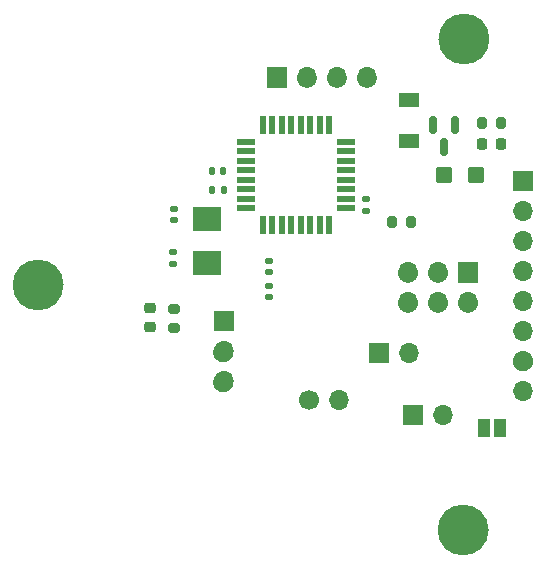
<source format=gbr>
%TF.GenerationSoftware,KiCad,Pcbnew,(6.0.7-1)-1*%
%TF.CreationDate,2023-01-06T18:56:56-05:00*%
%TF.ProjectId,atmega328,61746d65-6761-4333-9238-2e6b69636164,rev?*%
%TF.SameCoordinates,Original*%
%TF.FileFunction,Soldermask,Top*%
%TF.FilePolarity,Negative*%
%FSLAX46Y46*%
G04 Gerber Fmt 4.6, Leading zero omitted, Abs format (unit mm)*
G04 Created by KiCad (PCBNEW (6.0.7-1)-1) date 2023-01-06 18:56:56*
%MOMM*%
%LPD*%
G01*
G04 APERTURE LIST*
G04 Aperture macros list*
%AMRoundRect*
0 Rectangle with rounded corners*
0 $1 Rounding radius*
0 $2 $3 $4 $5 $6 $7 $8 $9 X,Y pos of 4 corners*
0 Add a 4 corners polygon primitive as box body*
4,1,4,$2,$3,$4,$5,$6,$7,$8,$9,$2,$3,0*
0 Add four circle primitives for the rounded corners*
1,1,$1+$1,$2,$3*
1,1,$1+$1,$4,$5*
1,1,$1+$1,$6,$7*
1,1,$1+$1,$8,$9*
0 Add four rect primitives between the rounded corners*
20,1,$1+$1,$2,$3,$4,$5,0*
20,1,$1+$1,$4,$5,$6,$7,0*
20,1,$1+$1,$6,$7,$8,$9,0*
20,1,$1+$1,$8,$9,$2,$3,0*%
G04 Aperture macros list end*
%ADD10C,2.150000*%
%ADD11C,0.000000*%
%ADD12RoundRect,0.140000X0.170000X-0.140000X0.170000X0.140000X-0.170000X0.140000X-0.170000X-0.140000X0*%
%ADD13R,2.400000X2.000000*%
%ADD14R,1.700000X1.700000*%
%ADD15O,1.700000X1.700000*%
%ADD16C,1.700000*%
%ADD17R,1.000000X1.500000*%
%ADD18RoundRect,0.218750X0.256250X-0.218750X0.256250X0.218750X-0.256250X0.218750X-0.256250X-0.218750X0*%
%ADD19RoundRect,0.200000X-0.200000X-0.275000X0.200000X-0.275000X0.200000X0.275000X-0.200000X0.275000X0*%
%ADD20R,0.550000X1.600000*%
%ADD21R,1.600000X0.550000*%
%ADD22RoundRect,0.140000X0.140000X0.170000X-0.140000X0.170000X-0.140000X-0.170000X0.140000X-0.170000X0*%
%ADD23C,4.300000*%
%ADD24RoundRect,0.140000X-0.170000X0.140000X-0.170000X-0.140000X0.170000X-0.140000X0.170000X0.140000X0*%
%ADD25RoundRect,0.225000X-0.225000X-0.250000X0.225000X-0.250000X0.225000X0.250000X-0.225000X0.250000X0*%
%ADD26RoundRect,0.250000X-0.450000X-0.425000X0.450000X-0.425000X0.450000X0.425000X-0.450000X0.425000X0*%
%ADD27RoundRect,0.200000X-0.275000X0.200000X-0.275000X-0.200000X0.275000X-0.200000X0.275000X0.200000X0*%
%ADD28RoundRect,0.150000X-0.150000X0.587500X-0.150000X-0.587500X0.150000X-0.587500X0.150000X0.587500X0*%
%ADD29R,1.700000X1.300000*%
G04 APERTURE END LIST*
D10*
X157915000Y-125320000D02*
G75*
G03*
X157915000Y-125320000I-1075000J0D01*
G01*
D11*
G36*
X157313310Y-105214090D02*
G01*
X157395830Y-105226330D01*
X157476740Y-105246600D01*
X157555280Y-105274700D01*
X157630690Y-105310370D01*
X157702230Y-105353250D01*
X157769230Y-105402940D01*
X157831040Y-105458960D01*
X157887060Y-105520770D01*
X157936750Y-105587770D01*
X157979630Y-105659310D01*
X158015300Y-105734720D01*
X158043400Y-105813260D01*
X158063670Y-105894170D01*
X158075910Y-105976690D01*
X158080000Y-106060000D01*
X158075910Y-106143310D01*
X158063670Y-106225830D01*
X158043400Y-106306740D01*
X158015300Y-106385280D01*
X157979630Y-106460690D01*
X157936750Y-106532230D01*
X157887060Y-106599230D01*
X157831040Y-106661040D01*
X157769230Y-106717060D01*
X157702230Y-106766750D01*
X157630690Y-106809630D01*
X157555280Y-106845300D01*
X157476740Y-106873400D01*
X157395830Y-106893670D01*
X157313310Y-106905910D01*
X157230000Y-106910000D01*
X157146690Y-106905910D01*
X157064170Y-106893670D01*
X156983260Y-106873400D01*
X156904720Y-106845300D01*
X156829310Y-106809630D01*
X156757770Y-106766750D01*
X156690770Y-106717060D01*
X156628960Y-106661040D01*
X156572940Y-106599230D01*
X156523250Y-106532230D01*
X156480370Y-106460690D01*
X156444700Y-106385280D01*
X156416600Y-106306740D01*
X156396330Y-106225830D01*
X156384090Y-106143310D01*
X156380000Y-106060000D01*
X156384090Y-105976690D01*
X156396330Y-105894170D01*
X156416600Y-105813260D01*
X156444700Y-105734720D01*
X156480370Y-105659310D01*
X156523250Y-105587770D01*
X156572940Y-105520770D01*
X156628960Y-105458960D01*
X156690770Y-105402940D01*
X156757770Y-105353250D01*
X156829310Y-105310370D01*
X156904720Y-105274700D01*
X156983260Y-105246600D01*
X157064170Y-105226330D01*
X157146690Y-105214090D01*
X157230000Y-105210000D01*
X157313310Y-105214090D01*
G37*
D10*
X121925000Y-104560000D02*
G75*
G03*
X121925000Y-104560000I-1075000J0D01*
G01*
D11*
G36*
X136583310Y-111934090D02*
G01*
X136665830Y-111946330D01*
X136746740Y-111966600D01*
X136825280Y-111994700D01*
X136900690Y-112030370D01*
X136972230Y-112073250D01*
X137039230Y-112122940D01*
X137101040Y-112178960D01*
X137157060Y-112240770D01*
X137206750Y-112307770D01*
X137249630Y-112379310D01*
X137285300Y-112454720D01*
X137313400Y-112533260D01*
X137333670Y-112614170D01*
X137345910Y-112696690D01*
X137350000Y-112780000D01*
X137345910Y-112863310D01*
X137333670Y-112945830D01*
X137313400Y-113026740D01*
X137285300Y-113105280D01*
X137249630Y-113180690D01*
X137206750Y-113252230D01*
X137157060Y-113319230D01*
X137101040Y-113381040D01*
X137039230Y-113437060D01*
X136972230Y-113486750D01*
X136900690Y-113529630D01*
X136825280Y-113565300D01*
X136746740Y-113593400D01*
X136665830Y-113613670D01*
X136583310Y-113625910D01*
X136500000Y-113630000D01*
X136416690Y-113625910D01*
X136334170Y-113613670D01*
X136253260Y-113593400D01*
X136174720Y-113565300D01*
X136099310Y-113529630D01*
X136027770Y-113486750D01*
X135960770Y-113437060D01*
X135898960Y-113381040D01*
X135842940Y-113319230D01*
X135793250Y-113252230D01*
X135750370Y-113180690D01*
X135714700Y-113105280D01*
X135686600Y-113026740D01*
X135666330Y-112945830D01*
X135654090Y-112863310D01*
X135650000Y-112780000D01*
X135654090Y-112696690D01*
X135666330Y-112614170D01*
X135686600Y-112533260D01*
X135714700Y-112454720D01*
X135750370Y-112379310D01*
X135793250Y-112307770D01*
X135842940Y-112240770D01*
X135898960Y-112178960D01*
X135960770Y-112122940D01*
X136027770Y-112073250D01*
X136099310Y-112030370D01*
X136174720Y-111994700D01*
X136253260Y-111966600D01*
X136334170Y-111946330D01*
X136416690Y-111934090D01*
X136500000Y-111930000D01*
X136583310Y-111934090D01*
G37*
D10*
X157925000Y-83750000D02*
G75*
G03*
X157925000Y-83750000I-1075000J0D01*
G01*
D11*
G36*
X143663310Y-86159090D02*
G01*
X143745830Y-86171330D01*
X143826740Y-86191600D01*
X143905280Y-86219700D01*
X143980690Y-86255370D01*
X144052230Y-86298250D01*
X144119230Y-86347940D01*
X144181040Y-86403960D01*
X144237060Y-86465770D01*
X144286750Y-86532770D01*
X144329630Y-86604310D01*
X144365300Y-86679720D01*
X144393400Y-86758260D01*
X144413670Y-86839170D01*
X144425910Y-86921690D01*
X144430000Y-87005000D01*
X144425910Y-87088310D01*
X144413670Y-87170830D01*
X144393400Y-87251740D01*
X144365300Y-87330280D01*
X144329630Y-87405690D01*
X144286750Y-87477230D01*
X144237060Y-87544230D01*
X144181040Y-87606040D01*
X144119230Y-87662060D01*
X144052230Y-87711750D01*
X143980690Y-87754630D01*
X143905280Y-87790300D01*
X143826740Y-87818400D01*
X143745830Y-87838670D01*
X143663310Y-87850910D01*
X143580000Y-87855000D01*
X143496690Y-87850910D01*
X143414170Y-87838670D01*
X143333260Y-87818400D01*
X143254720Y-87790300D01*
X143179310Y-87754630D01*
X143107770Y-87711750D01*
X143040770Y-87662060D01*
X142978960Y-87606040D01*
X142922940Y-87544230D01*
X142873250Y-87477230D01*
X142830370Y-87405690D01*
X142794700Y-87330280D01*
X142766600Y-87251740D01*
X142746330Y-87170830D01*
X142734090Y-87088310D01*
X142730000Y-87005000D01*
X142734090Y-86921690D01*
X142746330Y-86839170D01*
X142766600Y-86758260D01*
X142794700Y-86679720D01*
X142830370Y-86604310D01*
X142873250Y-86532770D01*
X142922940Y-86465770D01*
X142978960Y-86403960D01*
X143040770Y-86347940D01*
X143107770Y-86298250D01*
X143179310Y-86255370D01*
X143254720Y-86219700D01*
X143333260Y-86191600D01*
X143414170Y-86171330D01*
X143496690Y-86159090D01*
X143580000Y-86155000D01*
X143663310Y-86159090D01*
G37*
G36*
X162722860Y-96613570D02*
G01*
X161022860Y-96613570D01*
X161022860Y-94913570D01*
X162722860Y-94913570D01*
X162722860Y-96613570D01*
G37*
G36*
X161956170Y-110157660D02*
G01*
X162038690Y-110169900D01*
X162119600Y-110190170D01*
X162198140Y-110218270D01*
X162273550Y-110253940D01*
X162345090Y-110296820D01*
X162412090Y-110346510D01*
X162473900Y-110402530D01*
X162529920Y-110464340D01*
X162579610Y-110531340D01*
X162622490Y-110602880D01*
X162658160Y-110678290D01*
X162686260Y-110756830D01*
X162706530Y-110837740D01*
X162718770Y-110920260D01*
X162722860Y-111003570D01*
X162718770Y-111086880D01*
X162706530Y-111169400D01*
X162686260Y-111250310D01*
X162658160Y-111328850D01*
X162622490Y-111404260D01*
X162579610Y-111475800D01*
X162529920Y-111542800D01*
X162473900Y-111604610D01*
X162412090Y-111660630D01*
X162345090Y-111710320D01*
X162273550Y-111753200D01*
X162198140Y-111788870D01*
X162119600Y-111816970D01*
X162038690Y-111837240D01*
X161956170Y-111849480D01*
X161872860Y-111853570D01*
X161789550Y-111849480D01*
X161707030Y-111837240D01*
X161626120Y-111816970D01*
X161547580Y-111788870D01*
X161472170Y-111753200D01*
X161400630Y-111710320D01*
X161333630Y-111660630D01*
X161271820Y-111604610D01*
X161215800Y-111542800D01*
X161166110Y-111475800D01*
X161123230Y-111404260D01*
X161087560Y-111328850D01*
X161059460Y-111250310D01*
X161039190Y-111169400D01*
X161026950Y-111086880D01*
X161022860Y-111003570D01*
X161026950Y-110920260D01*
X161039190Y-110837740D01*
X161059460Y-110756830D01*
X161087560Y-110678290D01*
X161123230Y-110602880D01*
X161166110Y-110531340D01*
X161215800Y-110464340D01*
X161271820Y-110402530D01*
X161333630Y-110346510D01*
X161400630Y-110296820D01*
X161472170Y-110253940D01*
X161547580Y-110218270D01*
X161626120Y-110190170D01*
X161707030Y-110169900D01*
X161789550Y-110157660D01*
X161872860Y-110153570D01*
X161956170Y-110157660D01*
G37*
G36*
X148743310Y-86159090D02*
G01*
X148825830Y-86171330D01*
X148906740Y-86191600D01*
X148985280Y-86219700D01*
X149060690Y-86255370D01*
X149132230Y-86298250D01*
X149199230Y-86347940D01*
X149261040Y-86403960D01*
X149317060Y-86465770D01*
X149366750Y-86532770D01*
X149409630Y-86604310D01*
X149445300Y-86679720D01*
X149473400Y-86758260D01*
X149493670Y-86839170D01*
X149505910Y-86921690D01*
X149510000Y-87005000D01*
X149505910Y-87088310D01*
X149493670Y-87170830D01*
X149473400Y-87251740D01*
X149445300Y-87330280D01*
X149409630Y-87405690D01*
X149366750Y-87477230D01*
X149317060Y-87544230D01*
X149261040Y-87606040D01*
X149199230Y-87662060D01*
X149132230Y-87711750D01*
X149060690Y-87754630D01*
X148985280Y-87790300D01*
X148906740Y-87818400D01*
X148825830Y-87838670D01*
X148743310Y-87850910D01*
X148660000Y-87855000D01*
X148576690Y-87850910D01*
X148494170Y-87838670D01*
X148413260Y-87818400D01*
X148334720Y-87790300D01*
X148259310Y-87754630D01*
X148187770Y-87711750D01*
X148120770Y-87662060D01*
X148058960Y-87606040D01*
X148002940Y-87544230D01*
X147953250Y-87477230D01*
X147910370Y-87405690D01*
X147874700Y-87330280D01*
X147846600Y-87251740D01*
X147826330Y-87170830D01*
X147814090Y-87088310D01*
X147810000Y-87005000D01*
X147814090Y-86921690D01*
X147826330Y-86839170D01*
X147846600Y-86758260D01*
X147874700Y-86679720D01*
X147910370Y-86604310D01*
X147953250Y-86532770D01*
X148002940Y-86465770D01*
X148058960Y-86403960D01*
X148120770Y-86347940D01*
X148187770Y-86298250D01*
X148259310Y-86255370D01*
X148334720Y-86219700D01*
X148413260Y-86191600D01*
X148494170Y-86171330D01*
X148576690Y-86159090D01*
X148660000Y-86155000D01*
X148743310Y-86159090D01*
G37*
G36*
X158080000Y-104370000D02*
G01*
X156380000Y-104370000D01*
X156380000Y-102670000D01*
X158080000Y-102670000D01*
X158080000Y-104370000D01*
G37*
G36*
X141890000Y-87855000D02*
G01*
X140190000Y-87855000D01*
X140190000Y-86155000D01*
X141890000Y-86155000D01*
X141890000Y-87855000D01*
G37*
G36*
X152233310Y-102674090D02*
G01*
X152315830Y-102686330D01*
X152396740Y-102706600D01*
X152475280Y-102734700D01*
X152550690Y-102770370D01*
X152622230Y-102813250D01*
X152689230Y-102862940D01*
X152751040Y-102918960D01*
X152807060Y-102980770D01*
X152856750Y-103047770D01*
X152899630Y-103119310D01*
X152935300Y-103194720D01*
X152963400Y-103273260D01*
X152983670Y-103354170D01*
X152995910Y-103436690D01*
X153000000Y-103520000D01*
X152995910Y-103603310D01*
X152983670Y-103685830D01*
X152963400Y-103766740D01*
X152935300Y-103845280D01*
X152899630Y-103920690D01*
X152856750Y-103992230D01*
X152807060Y-104059230D01*
X152751040Y-104121040D01*
X152689230Y-104177060D01*
X152622230Y-104226750D01*
X152550690Y-104269630D01*
X152475280Y-104305300D01*
X152396740Y-104333400D01*
X152315830Y-104353670D01*
X152233310Y-104365910D01*
X152150000Y-104370000D01*
X152066690Y-104365910D01*
X151984170Y-104353670D01*
X151903260Y-104333400D01*
X151824720Y-104305300D01*
X151749310Y-104269630D01*
X151677770Y-104226750D01*
X151610770Y-104177060D01*
X151548960Y-104121040D01*
X151492940Y-104059230D01*
X151443250Y-103992230D01*
X151400370Y-103920690D01*
X151364700Y-103845280D01*
X151336600Y-103766740D01*
X151316330Y-103685830D01*
X151304090Y-103603310D01*
X151300000Y-103520000D01*
X151304090Y-103436690D01*
X151316330Y-103354170D01*
X151336600Y-103273260D01*
X151364700Y-103194720D01*
X151400370Y-103119310D01*
X151443250Y-103047770D01*
X151492940Y-102980770D01*
X151548960Y-102918960D01*
X151610770Y-102862940D01*
X151677770Y-102813250D01*
X151749310Y-102770370D01*
X151824720Y-102734700D01*
X151903260Y-102706600D01*
X151984170Y-102686330D01*
X152066690Y-102674090D01*
X152150000Y-102670000D01*
X152233310Y-102674090D01*
G37*
G36*
X136583310Y-109394090D02*
G01*
X136665830Y-109406330D01*
X136746740Y-109426600D01*
X136825280Y-109454700D01*
X136900690Y-109490370D01*
X136972230Y-109533250D01*
X137039230Y-109582940D01*
X137101040Y-109638960D01*
X137157060Y-109700770D01*
X137206750Y-109767770D01*
X137249630Y-109839310D01*
X137285300Y-109914720D01*
X137313400Y-109993260D01*
X137333670Y-110074170D01*
X137345910Y-110156690D01*
X137350000Y-110240000D01*
X137345910Y-110323310D01*
X137333670Y-110405830D01*
X137313400Y-110486740D01*
X137285300Y-110565280D01*
X137249630Y-110640690D01*
X137206750Y-110712230D01*
X137157060Y-110779230D01*
X137101040Y-110841040D01*
X137039230Y-110897060D01*
X136972230Y-110946750D01*
X136900690Y-110989630D01*
X136825280Y-111025300D01*
X136746740Y-111053400D01*
X136665830Y-111073670D01*
X136583310Y-111085910D01*
X136500000Y-111090000D01*
X136416690Y-111085910D01*
X136334170Y-111073670D01*
X136253260Y-111053400D01*
X136174720Y-111025300D01*
X136099310Y-110989630D01*
X136027770Y-110946750D01*
X135960770Y-110897060D01*
X135898960Y-110841040D01*
X135842940Y-110779230D01*
X135793250Y-110712230D01*
X135750370Y-110640690D01*
X135714700Y-110565280D01*
X135686600Y-110486740D01*
X135666330Y-110405830D01*
X135654090Y-110323310D01*
X135650000Y-110240000D01*
X135654090Y-110156690D01*
X135666330Y-110074170D01*
X135686600Y-109993260D01*
X135714700Y-109914720D01*
X135750370Y-109839310D01*
X135793250Y-109767770D01*
X135842940Y-109700770D01*
X135898960Y-109638960D01*
X135960770Y-109582940D01*
X136027770Y-109533250D01*
X136099310Y-109490370D01*
X136174720Y-109454700D01*
X136253260Y-109426600D01*
X136334170Y-109406330D01*
X136416690Y-109394090D01*
X136500000Y-109390000D01*
X136583310Y-109394090D01*
G37*
G36*
X154773310Y-102674090D02*
G01*
X154855830Y-102686330D01*
X154936740Y-102706600D01*
X155015280Y-102734700D01*
X155090690Y-102770370D01*
X155162230Y-102813250D01*
X155229230Y-102862940D01*
X155291040Y-102918960D01*
X155347060Y-102980770D01*
X155396750Y-103047770D01*
X155439630Y-103119310D01*
X155475300Y-103194720D01*
X155503400Y-103273260D01*
X155523670Y-103354170D01*
X155535910Y-103436690D01*
X155540000Y-103520000D01*
X155535910Y-103603310D01*
X155523670Y-103685830D01*
X155503400Y-103766740D01*
X155475300Y-103845280D01*
X155439630Y-103920690D01*
X155396750Y-103992230D01*
X155347060Y-104059230D01*
X155291040Y-104121040D01*
X155229230Y-104177060D01*
X155162230Y-104226750D01*
X155090690Y-104269630D01*
X155015280Y-104305300D01*
X154936740Y-104333400D01*
X154855830Y-104353670D01*
X154773310Y-104365910D01*
X154690000Y-104370000D01*
X154606690Y-104365910D01*
X154524170Y-104353670D01*
X154443260Y-104333400D01*
X154364720Y-104305300D01*
X154289310Y-104269630D01*
X154217770Y-104226750D01*
X154150770Y-104177060D01*
X154088960Y-104121040D01*
X154032940Y-104059230D01*
X153983250Y-103992230D01*
X153940370Y-103920690D01*
X153904700Y-103845280D01*
X153876600Y-103766740D01*
X153856330Y-103685830D01*
X153844090Y-103603310D01*
X153840000Y-103520000D01*
X153844090Y-103436690D01*
X153856330Y-103354170D01*
X153876600Y-103273260D01*
X153904700Y-103194720D01*
X153940370Y-103119310D01*
X153983250Y-103047770D01*
X154032940Y-102980770D01*
X154088960Y-102918960D01*
X154150770Y-102862940D01*
X154217770Y-102813250D01*
X154289310Y-102770370D01*
X154364720Y-102734700D01*
X154443260Y-102706600D01*
X154524170Y-102686330D01*
X154606690Y-102674090D01*
X154690000Y-102670000D01*
X154773310Y-102674090D01*
G37*
G36*
X146203310Y-86159090D02*
G01*
X146285830Y-86171330D01*
X146366740Y-86191600D01*
X146445280Y-86219700D01*
X146520690Y-86255370D01*
X146592230Y-86298250D01*
X146659230Y-86347940D01*
X146721040Y-86403960D01*
X146777060Y-86465770D01*
X146826750Y-86532770D01*
X146869630Y-86604310D01*
X146905300Y-86679720D01*
X146933400Y-86758260D01*
X146953670Y-86839170D01*
X146965910Y-86921690D01*
X146970000Y-87005000D01*
X146965910Y-87088310D01*
X146953670Y-87170830D01*
X146933400Y-87251740D01*
X146905300Y-87330280D01*
X146869630Y-87405690D01*
X146826750Y-87477230D01*
X146777060Y-87544230D01*
X146721040Y-87606040D01*
X146659230Y-87662060D01*
X146592230Y-87711750D01*
X146520690Y-87754630D01*
X146445280Y-87790300D01*
X146366740Y-87818400D01*
X146285830Y-87838670D01*
X146203310Y-87850910D01*
X146120000Y-87855000D01*
X146036690Y-87850910D01*
X145954170Y-87838670D01*
X145873260Y-87818400D01*
X145794720Y-87790300D01*
X145719310Y-87754630D01*
X145647770Y-87711750D01*
X145580770Y-87662060D01*
X145518960Y-87606040D01*
X145462940Y-87544230D01*
X145413250Y-87477230D01*
X145370370Y-87405690D01*
X145334700Y-87330280D01*
X145306600Y-87251740D01*
X145286330Y-87170830D01*
X145274090Y-87088310D01*
X145270000Y-87005000D01*
X145274090Y-86921690D01*
X145286330Y-86839170D01*
X145306600Y-86758260D01*
X145334700Y-86679720D01*
X145370370Y-86604310D01*
X145413250Y-86532770D01*
X145462940Y-86465770D01*
X145518960Y-86403960D01*
X145580770Y-86347940D01*
X145647770Y-86298250D01*
X145719310Y-86255370D01*
X145794720Y-86219700D01*
X145873260Y-86191600D01*
X145954170Y-86171330D01*
X146036690Y-86159090D01*
X146120000Y-86155000D01*
X146203310Y-86159090D01*
G37*
G36*
X154773310Y-105214090D02*
G01*
X154855830Y-105226330D01*
X154936740Y-105246600D01*
X155015280Y-105274700D01*
X155090690Y-105310370D01*
X155162230Y-105353250D01*
X155229230Y-105402940D01*
X155291040Y-105458960D01*
X155347060Y-105520770D01*
X155396750Y-105587770D01*
X155439630Y-105659310D01*
X155475300Y-105734720D01*
X155503400Y-105813260D01*
X155523670Y-105894170D01*
X155535910Y-105976690D01*
X155540000Y-106060000D01*
X155535910Y-106143310D01*
X155523670Y-106225830D01*
X155503400Y-106306740D01*
X155475300Y-106385280D01*
X155439630Y-106460690D01*
X155396750Y-106532230D01*
X155347060Y-106599230D01*
X155291040Y-106661040D01*
X155229230Y-106717060D01*
X155162230Y-106766750D01*
X155090690Y-106809630D01*
X155015280Y-106845300D01*
X154936740Y-106873400D01*
X154855830Y-106893670D01*
X154773310Y-106905910D01*
X154690000Y-106910000D01*
X154606690Y-106905910D01*
X154524170Y-106893670D01*
X154443260Y-106873400D01*
X154364720Y-106845300D01*
X154289310Y-106809630D01*
X154217770Y-106766750D01*
X154150770Y-106717060D01*
X154088960Y-106661040D01*
X154032940Y-106599230D01*
X153983250Y-106532230D01*
X153940370Y-106460690D01*
X153904700Y-106385280D01*
X153876600Y-106306740D01*
X153856330Y-106225830D01*
X153844090Y-106143310D01*
X153840000Y-106060000D01*
X153844090Y-105976690D01*
X153856330Y-105894170D01*
X153876600Y-105813260D01*
X153904700Y-105734720D01*
X153940370Y-105659310D01*
X153983250Y-105587770D01*
X154032940Y-105520770D01*
X154088960Y-105458960D01*
X154150770Y-105402940D01*
X154217770Y-105353250D01*
X154289310Y-105310370D01*
X154364720Y-105274700D01*
X154443260Y-105246600D01*
X154524170Y-105226330D01*
X154606690Y-105214090D01*
X154690000Y-105210000D01*
X154773310Y-105214090D01*
G37*
G36*
X152233310Y-105214090D02*
G01*
X152315830Y-105226330D01*
X152396740Y-105246600D01*
X152475280Y-105274700D01*
X152550690Y-105310370D01*
X152622230Y-105353250D01*
X152689230Y-105402940D01*
X152751040Y-105458960D01*
X152807060Y-105520770D01*
X152856750Y-105587770D01*
X152899630Y-105659310D01*
X152935300Y-105734720D01*
X152963400Y-105813260D01*
X152983670Y-105894170D01*
X152995910Y-105976690D01*
X153000000Y-106060000D01*
X152995910Y-106143310D01*
X152983670Y-106225830D01*
X152963400Y-106306740D01*
X152935300Y-106385280D01*
X152899630Y-106460690D01*
X152856750Y-106532230D01*
X152807060Y-106599230D01*
X152751040Y-106661040D01*
X152689230Y-106717060D01*
X152622230Y-106766750D01*
X152550690Y-106809630D01*
X152475280Y-106845300D01*
X152396740Y-106873400D01*
X152315830Y-106893670D01*
X152233310Y-106905910D01*
X152150000Y-106910000D01*
X152066690Y-106905910D01*
X151984170Y-106893670D01*
X151903260Y-106873400D01*
X151824720Y-106845300D01*
X151749310Y-106809630D01*
X151677770Y-106766750D01*
X151610770Y-106717060D01*
X151548960Y-106661040D01*
X151492940Y-106599230D01*
X151443250Y-106532230D01*
X151400370Y-106460690D01*
X151364700Y-106385280D01*
X151336600Y-106306740D01*
X151316330Y-106225830D01*
X151304090Y-106143310D01*
X151300000Y-106060000D01*
X151304090Y-105976690D01*
X151316330Y-105894170D01*
X151336600Y-105813260D01*
X151364700Y-105734720D01*
X151400370Y-105659310D01*
X151443250Y-105587770D01*
X151492940Y-105520770D01*
X151548960Y-105458960D01*
X151610770Y-105402940D01*
X151677770Y-105353250D01*
X151749310Y-105310370D01*
X151824720Y-105274700D01*
X151903260Y-105246600D01*
X151984170Y-105226330D01*
X152066690Y-105214090D01*
X152150000Y-105210000D01*
X152233310Y-105214090D01*
G37*
D12*
%TO.C,C9*%
X140350000Y-103480000D03*
X140350000Y-102520000D03*
%TD*%
D13*
%TO.C,Y1*%
X135084800Y-99014400D03*
X135084800Y-102714400D03*
%TD*%
D14*
%TO.C,J3*%
X152525000Y-115600000D03*
D15*
X155065000Y-115600000D03*
%TD*%
%TO.C,J6*%
X152215000Y-110300000D03*
D14*
X149675000Y-110300000D03*
%TD*%
D16*
%TO.C,J2*%
X143730000Y-114300000D03*
D15*
X146270000Y-114300000D03*
%TD*%
D17*
%TO.C,JP1*%
X159900000Y-116700000D03*
X158600000Y-116700000D03*
%TD*%
D14*
%TO.C,J1*%
X141050000Y-87000000D03*
D15*
X143590000Y-87000000D03*
X146130000Y-87000000D03*
X148670000Y-87000000D03*
%TD*%
D14*
%TO.C,J5*%
X161867860Y-95778570D03*
D15*
X161867860Y-98318570D03*
X161867860Y-100858570D03*
X161867860Y-103398570D03*
X161867860Y-105938570D03*
X161867860Y-108478570D03*
X161867860Y-111018570D03*
X161867860Y-113558570D03*
%TD*%
D18*
%TO.C,D2*%
X130326800Y-108127700D03*
X130326800Y-106552700D03*
%TD*%
D19*
%TO.C,R1*%
X158384800Y-90834400D03*
X160034800Y-90834400D03*
%TD*%
D20*
%TO.C,U1*%
X139870000Y-91010000D03*
X140670000Y-91010000D03*
X141470000Y-91010000D03*
X142270000Y-91010000D03*
X143070000Y-91010000D03*
X143870000Y-91010000D03*
X144670000Y-91010000D03*
X145470000Y-91010000D03*
D21*
X146920000Y-92460000D03*
X146920000Y-93260000D03*
X146920000Y-94060000D03*
X146920000Y-94860000D03*
X146920000Y-95660000D03*
X146920000Y-96460000D03*
X146920000Y-97260000D03*
X146920000Y-98060000D03*
D20*
X145470000Y-99510000D03*
X144670000Y-99510000D03*
X143870000Y-99510000D03*
X143070000Y-99510000D03*
X142270000Y-99510000D03*
X141470000Y-99510000D03*
X140670000Y-99510000D03*
X139870000Y-99510000D03*
D21*
X138420000Y-98060000D03*
X138420000Y-97260000D03*
X138420000Y-96460000D03*
X138420000Y-95660000D03*
X138420000Y-94860000D03*
X138420000Y-94060000D03*
X138420000Y-93260000D03*
X138420000Y-92460000D03*
%TD*%
D22*
%TO.C,C5*%
X136530000Y-96525000D03*
X135570000Y-96525000D03*
%TD*%
D23*
%TO.C,REF\u002A\u002A*%
X156850000Y-83750000D03*
%TD*%
%TO.C,REF\u002A\u002A*%
X120850000Y-104560000D03*
%TD*%
D24*
%TO.C,C3*%
X148590000Y-97310000D03*
X148590000Y-98270000D03*
%TD*%
D25*
%TO.C,C1*%
X158424800Y-92624400D03*
X159974800Y-92624400D03*
%TD*%
D23*
%TO.C,*%
X156840000Y-125320000D03*
%TD*%
D14*
%TO.C,ISP1*%
X157235800Y-103434000D03*
D15*
X157235800Y-105974000D03*
X154695800Y-103434000D03*
X154695800Y-105974000D03*
X152155800Y-103434000D03*
X152155800Y-105974000D03*
%TD*%
D12*
%TO.C,C6*%
X132334800Y-99079400D03*
X132334800Y-98119400D03*
%TD*%
D26*
%TO.C,C2*%
X155224800Y-95249400D03*
X157924800Y-95249400D03*
%TD*%
D19*
%TO.C,R2*%
X150750000Y-99200000D03*
X152400000Y-99200000D03*
%TD*%
D12*
%TO.C,C7*%
X132260000Y-102780000D03*
X132260000Y-101820000D03*
%TD*%
D27*
%TO.C,R3*%
X132349800Y-106574400D03*
X132349800Y-108224400D03*
%TD*%
D22*
%TO.C,C4*%
X136520000Y-94930000D03*
X135560000Y-94930000D03*
%TD*%
D24*
%TO.C,C8*%
X140350000Y-104620000D03*
X140350000Y-105580000D03*
%TD*%
D28*
%TO.C,Q1*%
X156124800Y-90996900D03*
X154224800Y-90996900D03*
X155174800Y-92871900D03*
%TD*%
D29*
%TO.C,D1*%
X152250000Y-92400000D03*
X152250000Y-88900000D03*
%TD*%
D14*
%TO.C,J4*%
X136524400Y-107660000D03*
D15*
X136524400Y-110200000D03*
X136524400Y-112740000D03*
%TD*%
M02*

</source>
